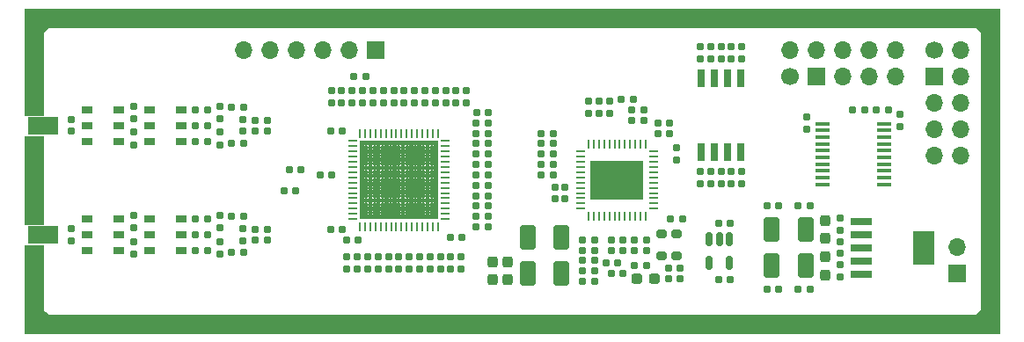
<source format=gts>
G04 #@! TF.GenerationSoftware,KiCad,Pcbnew,8.0.3*
G04 #@! TF.CreationDate,2024-06-24T09:54:46+02:00*
G04 #@! TF.ProjectId,Phase Amplitude Detector,50686173-6520-4416-9d70-6c6974756465,rev?*
G04 #@! TF.SameCoordinates,Original*
G04 #@! TF.FileFunction,Soldermask,Top*
G04 #@! TF.FilePolarity,Negative*
%FSLAX46Y46*%
G04 Gerber Fmt 4.6, Leading zero omitted, Abs format (unit mm)*
G04 Created by KiCad (PCBNEW 8.0.3) date 2024-06-24 09:54:46*
%MOMM*%
%LPD*%
G01*
G04 APERTURE LIST*
G04 Aperture macros list*
%AMRoundRect*
0 Rectangle with rounded corners*
0 $1 Rounding radius*
0 $2 $3 $4 $5 $6 $7 $8 $9 X,Y pos of 4 corners*
0 Add a 4 corners polygon primitive as box body*
4,1,4,$2,$3,$4,$5,$6,$7,$8,$9,$2,$3,0*
0 Add four circle primitives for the rounded corners*
1,1,$1+$1,$2,$3*
1,1,$1+$1,$4,$5*
1,1,$1+$1,$6,$7*
1,1,$1+$1,$8,$9*
0 Add four rect primitives between the rounded corners*
20,1,$1+$1,$2,$3,$4,$5,0*
20,1,$1+$1,$4,$5,$6,$7,0*
20,1,$1+$1,$6,$7,$8,$9,0*
20,1,$1+$1,$8,$9,$2,$3,0*%
G04 Aperture macros list end*
%ADD10C,0.100000*%
%ADD11C,0.000000*%
%ADD12RoundRect,0.155000X-0.212500X-0.155000X0.212500X-0.155000X0.212500X0.155000X-0.212500X0.155000X0*%
%ADD13RoundRect,0.160000X0.197500X0.160000X-0.197500X0.160000X-0.197500X-0.160000X0.197500X-0.160000X0*%
%ADD14RoundRect,0.160000X-0.197500X-0.160000X0.197500X-0.160000X0.197500X0.160000X-0.197500X0.160000X0*%
%ADD15RoundRect,0.160000X-0.160000X0.197500X-0.160000X-0.197500X0.160000X-0.197500X0.160000X0.197500X0*%
%ADD16R,1.140000X0.760000*%
%ADD17RoundRect,0.160000X0.160000X-0.197500X0.160000X0.197500X-0.160000X0.197500X-0.160000X-0.197500X0*%
%ADD18RoundRect,0.250001X-0.499999X-0.924999X0.499999X-0.924999X0.499999X0.924999X-0.499999X0.924999X0*%
%ADD19RoundRect,0.155000X-0.155000X0.212500X-0.155000X-0.212500X0.155000X-0.212500X0.155000X0.212500X0*%
%ADD20RoundRect,0.250001X0.499999X0.924999X-0.499999X0.924999X-0.499999X-0.924999X0.499999X-0.924999X0*%
%ADD21RoundRect,0.237500X0.287500X0.237500X-0.287500X0.237500X-0.287500X-0.237500X0.287500X-0.237500X0*%
%ADD22RoundRect,0.155000X0.212500X0.155000X-0.212500X0.155000X-0.212500X-0.155000X0.212500X-0.155000X0*%
%ADD23RoundRect,0.155000X0.155000X-0.212500X0.155000X0.212500X-0.155000X0.212500X-0.155000X-0.212500X0*%
%ADD24R,3.000000X1.750000*%
%ADD25R,1.700000X1.700000*%
%ADD26O,1.700000X1.700000*%
%ADD27R,0.280000X0.850000*%
%ADD28R,0.850000X0.280000*%
%ADD29C,0.500000*%
%ADD30R,0.650000X1.785000*%
%ADD31RoundRect,0.150000X-0.150000X0.512500X-0.150000X-0.512500X0.150000X-0.512500X0.150000X0.512500X0*%
%ADD32RoundRect,0.237500X0.237500X-0.287500X0.237500X0.287500X-0.237500X0.287500X-0.237500X-0.287500X0*%
%ADD33R,1.475000X0.450000*%
%ADD34RoundRect,0.237500X-0.237500X0.287500X-0.237500X-0.287500X0.237500X-0.287500X0.237500X0.287500X0*%
%ADD35C,1.700000*%
%ADD36R,2.000000X0.650000*%
%ADD37R,2.000000X3.200000*%
%ADD38R,0.254800X0.857199*%
%ADD39R,0.857199X0.254800*%
%ADD40R,5.080000X3.810000*%
%ADD41RoundRect,0.200000X0.300000X0.200000X-0.300000X0.200000X-0.300000X-0.200000X0.300000X-0.200000X0*%
G04 APERTURE END LIST*
D10*
X57250000Y-59750000D02*
X59000000Y-59750000D01*
X59000000Y-68250000D01*
X57250000Y-68250000D01*
X57250000Y-59750000D01*
G36*
X57250000Y-59750000D02*
G01*
X59000000Y-59750000D01*
X59000000Y-68250000D01*
X57250000Y-68250000D01*
X57250000Y-59750000D01*
G37*
X151000000Y-78750000D02*
X57250000Y-78750000D01*
X57250000Y-70250000D01*
X59000000Y-70250000D01*
X59000000Y-76500000D01*
X59500000Y-77000000D01*
X148750000Y-77000000D01*
X149250000Y-76500000D01*
X149250000Y-49750000D01*
X148750000Y-49250000D01*
X59500000Y-49250000D01*
X59000000Y-49750000D01*
X59000000Y-57750000D01*
X57250000Y-57750000D01*
X57250000Y-47500000D01*
X151000000Y-47500000D01*
X151000000Y-78750000D01*
G36*
X151000000Y-78750000D02*
G01*
X57250000Y-78750000D01*
X57250000Y-70250000D01*
X59000000Y-70250000D01*
X59000000Y-76500000D01*
X59500000Y-77000000D01*
X148750000Y-77000000D01*
X149250000Y-76500000D01*
X149250000Y-49750000D01*
X148750000Y-49250000D01*
X59500000Y-49250000D01*
X59000000Y-49750000D01*
X59000000Y-57750000D01*
X57250000Y-57750000D01*
X57250000Y-47500000D01*
X151000000Y-47500000D01*
X151000000Y-78750000D01*
G37*
D11*
G36*
X89894239Y-67752340D02*
G01*
X89480339Y-67752340D01*
X89480339Y-60225340D01*
X89894239Y-60225340D01*
X89894239Y-67752340D01*
G37*
G36*
X90681639Y-67752340D02*
G01*
X90294239Y-67752340D01*
X90294239Y-60225340D01*
X90681639Y-60225340D01*
X90681639Y-67752340D01*
G37*
G36*
X91469039Y-67752340D02*
G01*
X91081639Y-67752340D01*
X91081639Y-60225340D01*
X91469039Y-60225340D01*
X91469039Y-67752340D01*
G37*
G36*
X92256439Y-67752340D02*
G01*
X91869039Y-67752340D01*
X91869039Y-60225340D01*
X92256439Y-60225340D01*
X92256439Y-67752340D01*
G37*
G36*
X93043839Y-67752340D02*
G01*
X92656439Y-67752340D01*
X92656439Y-60225340D01*
X93043839Y-60225340D01*
X93043839Y-67752340D01*
G37*
G36*
X93831239Y-67752340D02*
G01*
X93443839Y-67752340D01*
X93443839Y-60225340D01*
X93831239Y-60225340D01*
X93831239Y-67752340D01*
G37*
G36*
X94618639Y-67752340D02*
G01*
X94231239Y-67752340D01*
X94231239Y-60225340D01*
X94618639Y-60225340D01*
X94618639Y-67752340D01*
G37*
G36*
X95406039Y-67752340D02*
G01*
X95018639Y-67752340D01*
X95018639Y-60225340D01*
X95406039Y-60225340D01*
X95406039Y-67752340D01*
G37*
G36*
X96193439Y-67752340D02*
G01*
X95806039Y-67752340D01*
X95806039Y-60225340D01*
X96193439Y-60225340D01*
X96193439Y-67752340D01*
G37*
G36*
X97007339Y-60639240D02*
G01*
X89480339Y-60639240D01*
X89480339Y-60225340D01*
X97007339Y-60225340D01*
X97007339Y-60639240D01*
G37*
G36*
X97007339Y-67752340D02*
G01*
X96593439Y-67752340D01*
X96593439Y-60225340D01*
X97007339Y-60225340D01*
X97007339Y-67752340D01*
G37*
G36*
X97007339Y-61426640D02*
G01*
X89480339Y-61426640D01*
X89480339Y-61039240D01*
X97007339Y-61039240D01*
X97007339Y-61426640D01*
G37*
G36*
X97007339Y-62214040D02*
G01*
X89480339Y-62214040D01*
X89480339Y-61826640D01*
X97007339Y-61826640D01*
X97007339Y-62214040D01*
G37*
G36*
X97007339Y-63001440D02*
G01*
X89480339Y-63001440D01*
X89480339Y-62614040D01*
X97007339Y-62614040D01*
X97007339Y-63001440D01*
G37*
G36*
X97007339Y-63788840D02*
G01*
X89480339Y-63788840D01*
X89480339Y-63401440D01*
X97007339Y-63401440D01*
X97007339Y-63788840D01*
G37*
G36*
X97007339Y-64576240D02*
G01*
X89480339Y-64576240D01*
X89480339Y-64188840D01*
X97007339Y-64188840D01*
X97007339Y-64576240D01*
G37*
G36*
X97007339Y-65363640D02*
G01*
X89480339Y-65363640D01*
X89480339Y-64976240D01*
X97007339Y-64976240D01*
X97007339Y-65363640D01*
G37*
G36*
X97007339Y-66151040D02*
G01*
X89480339Y-66151040D01*
X89480339Y-65763640D01*
X97007339Y-65763640D01*
X97007339Y-66151040D01*
G37*
G36*
X97007339Y-66938440D02*
G01*
X89480339Y-66938440D01*
X89480339Y-66551040D01*
X97007339Y-66551040D01*
X97007339Y-66938440D01*
G37*
G36*
X97007339Y-67752340D02*
G01*
X89480339Y-67752340D01*
X89480339Y-67338440D01*
X97007339Y-67338440D01*
X97007339Y-67752340D01*
G37*
D12*
X73676339Y-60238840D03*
X74811339Y-60238840D03*
D13*
X80591339Y-68738840D03*
X79396339Y-68738840D03*
D14*
X106896339Y-61488840D03*
X108091339Y-61488840D03*
D15*
X125243839Y-51141340D03*
X125243839Y-52336340D03*
X99743839Y-55391340D03*
X99743839Y-56586340D03*
X97243839Y-71391340D03*
X97243839Y-72586340D03*
X92743839Y-55391340D03*
X92743839Y-56586340D03*
D16*
X66269839Y-57218840D03*
X66269839Y-58738840D03*
X66269839Y-60258840D03*
X63219839Y-60258840D03*
X63219839Y-58738840D03*
X63219839Y-57218840D03*
D13*
X115841339Y-56238840D03*
X114646339Y-56238840D03*
D14*
X100646339Y-68488840D03*
X101841339Y-68488840D03*
D12*
X82176339Y-64988840D03*
X83311339Y-64988840D03*
D14*
X100646339Y-59488840D03*
X101841339Y-59488840D03*
D17*
X111493839Y-57586340D03*
X111493839Y-56391340D03*
D14*
X77146339Y-67488840D03*
X78341339Y-67488840D03*
D18*
X105618839Y-69488840D03*
X108868839Y-69488840D03*
D19*
X132493839Y-57921340D03*
X132493839Y-59056340D03*
X135743839Y-69921340D03*
X135743839Y-71056340D03*
D17*
X90243839Y-72586340D03*
X90243839Y-71391340D03*
D20*
X132368839Y-72238840D03*
X129118839Y-72238840D03*
D15*
X75993839Y-67391340D03*
X75993839Y-68586340D03*
X98743839Y-55391340D03*
X98743839Y-56586340D03*
D14*
X119396339Y-67738840D03*
X120591339Y-67738840D03*
D15*
X123243839Y-63141340D03*
X123243839Y-64336340D03*
X96243839Y-71391340D03*
X96243839Y-72586340D03*
D14*
X100646339Y-58488840D03*
X101841339Y-58488840D03*
D12*
X119176339Y-72488840D03*
X120311339Y-72488840D03*
D14*
X100646339Y-66488840D03*
X101841339Y-66488840D03*
D21*
X117868839Y-73488840D03*
X116118839Y-73488840D03*
D14*
X79396339Y-59238840D03*
X80591339Y-59238840D03*
D22*
X112061339Y-69738840D03*
X110926339Y-69738840D03*
D14*
X139146339Y-57238840D03*
X140341339Y-57238840D03*
D22*
X87811339Y-68738840D03*
X86676339Y-68738840D03*
D23*
X78243839Y-59306340D03*
X78243839Y-58171340D03*
D12*
X73676339Y-67738840D03*
X74811339Y-67738840D03*
D14*
X106896339Y-60488840D03*
X108091339Y-60488840D03*
D17*
X91243839Y-72586340D03*
X91243839Y-71391340D03*
D12*
X73676339Y-69238840D03*
X74811339Y-69238840D03*
D24*
X59000000Y-69238840D03*
D15*
X124243839Y-51141340D03*
X124243839Y-52336340D03*
D17*
X86743839Y-56586340D03*
X86743839Y-55391340D03*
X92243839Y-72586340D03*
X92243839Y-71391340D03*
D23*
X126243839Y-64306340D03*
X126243839Y-63171340D03*
D22*
X89311339Y-69738840D03*
X88176339Y-69738840D03*
D15*
X97743839Y-55391340D03*
X97743839Y-56586340D03*
D25*
X146993839Y-73013840D03*
D26*
X146993839Y-70473840D03*
D27*
X96993839Y-59513741D03*
X96493840Y-59513741D03*
X95993839Y-59513741D03*
X95493840Y-59513741D03*
X94993838Y-59513741D03*
X94493839Y-59513741D03*
X93993840Y-59513741D03*
X93493839Y-59513741D03*
X92993839Y-59513741D03*
X92493838Y-59513741D03*
X91993839Y-59513741D03*
X91493840Y-59513741D03*
X90993838Y-59513741D03*
X90493839Y-59513741D03*
X89993838Y-59513741D03*
X89493839Y-59513741D03*
D28*
X88768740Y-60237895D03*
X88768740Y-60738021D03*
X88768740Y-61238147D03*
X88768740Y-61738273D03*
X88768740Y-62238399D03*
X88768740Y-62738525D03*
X88768740Y-63238651D03*
X88768740Y-63738777D03*
X88768740Y-64238903D03*
X88768740Y-64739029D03*
X88768740Y-65239155D03*
X88768740Y-65739281D03*
X88768740Y-66239407D03*
X88768740Y-66739533D03*
X88768740Y-67239659D03*
X88768740Y-67739785D03*
D27*
X89493839Y-68463939D03*
X89993838Y-68463939D03*
X90493839Y-68463939D03*
X90993838Y-68463939D03*
X91493840Y-68463939D03*
X91993839Y-68463939D03*
X92493838Y-68463939D03*
X92993839Y-68463939D03*
X93493839Y-68463939D03*
X93993840Y-68463939D03*
X94493839Y-68463939D03*
X94993838Y-68463939D03*
X95493840Y-68463939D03*
X95993839Y-68463939D03*
X96493840Y-68463939D03*
X96993839Y-68463939D03*
D28*
X97718938Y-67739785D03*
X97718938Y-67239659D03*
X97718938Y-66739533D03*
X97718938Y-66239407D03*
X97718938Y-65739281D03*
X97718938Y-65239155D03*
X97718938Y-64739029D03*
X97718938Y-64238903D03*
X97718938Y-63738777D03*
X97718938Y-63238651D03*
X97718938Y-62738525D03*
X97718938Y-62238399D03*
X97718938Y-61738273D03*
X97718938Y-61238147D03*
X97718938Y-60738021D03*
X97718938Y-60237895D03*
D29*
X96393439Y-60839240D03*
X95606039Y-60839240D03*
X94818639Y-60839240D03*
X94031239Y-60839240D03*
X93243839Y-60839240D03*
X92456439Y-60839240D03*
X91669039Y-60839240D03*
X90881639Y-60839240D03*
X90094239Y-60839240D03*
X96393439Y-61626640D03*
X95606039Y-61626640D03*
X94818639Y-61626640D03*
X94031239Y-61626640D03*
X93243839Y-61626640D03*
X92456439Y-61626640D03*
X91669039Y-61626640D03*
X90881639Y-61626640D03*
X90094239Y-61626640D03*
X96393439Y-62414040D03*
X95606039Y-62414040D03*
X94818639Y-62414040D03*
X94031239Y-62414040D03*
X93243839Y-62414040D03*
X92456439Y-62414040D03*
X91669039Y-62414040D03*
X90881639Y-62414040D03*
X90094239Y-62414040D03*
X96393439Y-63201440D03*
X95606039Y-63201440D03*
X94818639Y-63201440D03*
X94031239Y-63201440D03*
X93243839Y-63201440D03*
X92456439Y-63201440D03*
X91669039Y-63201440D03*
X90881639Y-63201440D03*
X90094239Y-63201440D03*
X96393439Y-63988840D03*
X95606039Y-63988840D03*
X94818639Y-63988840D03*
X94031239Y-63988840D03*
X93243839Y-63988840D03*
X92456439Y-63988840D03*
X91669039Y-63988840D03*
X90881639Y-63988840D03*
X90094239Y-63988840D03*
X96393439Y-64776240D03*
X95606039Y-64776240D03*
X94818639Y-64776240D03*
X94031239Y-64776240D03*
X93243839Y-64776240D03*
X92456439Y-64776240D03*
X91669039Y-64776240D03*
X90881639Y-64776240D03*
X90094239Y-64776240D03*
X96393439Y-65563640D03*
X95606039Y-65563640D03*
X94818639Y-65563640D03*
X94031239Y-65563640D03*
X93243839Y-65563640D03*
X92456439Y-65563640D03*
X91669039Y-65563640D03*
X90881639Y-65563640D03*
X90094239Y-65563640D03*
X96393439Y-66351040D03*
X95606039Y-66351040D03*
X94818639Y-66351040D03*
X94031239Y-66351040D03*
X93243839Y-66351040D03*
X92456439Y-66351040D03*
X91669039Y-66351040D03*
X90881639Y-66351040D03*
X90094239Y-66351040D03*
X96393439Y-67138440D03*
X95606039Y-67138440D03*
X94818639Y-67138440D03*
X94031239Y-67138440D03*
X93243839Y-67138440D03*
X92456439Y-67138440D03*
X91669039Y-67138440D03*
X90881639Y-67138440D03*
X90094239Y-67138440D03*
D15*
X99243839Y-71391340D03*
X99243839Y-72586340D03*
D12*
X118176339Y-59488840D03*
X119311339Y-59488840D03*
D15*
X67743839Y-67391340D03*
X67743839Y-68586340D03*
D30*
X126148839Y-54206840D03*
X124878839Y-54206840D03*
X123608839Y-54206840D03*
X122338839Y-54206840D03*
X122338839Y-61270840D03*
X123608839Y-61270840D03*
X124878839Y-61270840D03*
X126148839Y-61270840D03*
D14*
X100646339Y-60488840D03*
X101841339Y-60488840D03*
D15*
X113493839Y-56391340D03*
X113493839Y-57586340D03*
D12*
X136926339Y-57238840D03*
X138061339Y-57238840D03*
D17*
X93243839Y-72586340D03*
X93243839Y-71391340D03*
D14*
X77146339Y-56988840D03*
X78341339Y-56988840D03*
D15*
X91743839Y-55391340D03*
X91743839Y-56586340D03*
D14*
X100646339Y-63488840D03*
X101841339Y-63488840D03*
D31*
X125031338Y-69713840D03*
X124081338Y-69713840D03*
X123131338Y-69713840D03*
X123131338Y-71988840D03*
X125031338Y-71988840D03*
D12*
X128676339Y-74488840D03*
X129811339Y-74488840D03*
X113676339Y-70738840D03*
X114811339Y-70738840D03*
D14*
X100646339Y-64488840D03*
X101841339Y-64488840D03*
D15*
X125243839Y-63141340D03*
X125243839Y-64336340D03*
D14*
X100646339Y-62488840D03*
X101841339Y-62488840D03*
D22*
X125148838Y-68113840D03*
X124013838Y-68113840D03*
X112061339Y-73738840D03*
X110926339Y-73738840D03*
D14*
X79396339Y-69738840D03*
X80591339Y-69738840D03*
D13*
X80591339Y-58238840D03*
X79396339Y-58238840D03*
D22*
X132811339Y-66488840D03*
X131676339Y-66488840D03*
D14*
X100646339Y-65488840D03*
X101841339Y-65488840D03*
D16*
X69243839Y-60256840D03*
X69243839Y-58736840D03*
X69243839Y-57216840D03*
X72293839Y-57216840D03*
X72293839Y-58736840D03*
X72293839Y-60256840D03*
D15*
X75993839Y-56891340D03*
X75993839Y-58086340D03*
D32*
X134243839Y-73113840D03*
X134243839Y-71363840D03*
D22*
X114811339Y-72988840D03*
X113676339Y-72988840D03*
D16*
X66269839Y-67718840D03*
X66269839Y-69238840D03*
X66269839Y-70758840D03*
X63219839Y-70758840D03*
X63219839Y-69238840D03*
X63219839Y-67718840D03*
D15*
X112493839Y-56391340D03*
X112493839Y-57586340D03*
D33*
X134055839Y-58563840D03*
X134055839Y-59213840D03*
X134055839Y-59863840D03*
X134055839Y-60513840D03*
X134055839Y-61163840D03*
X134055839Y-61813840D03*
X134055839Y-62463840D03*
X134055839Y-63113840D03*
X134055839Y-63763840D03*
X134055839Y-64413840D03*
X139931839Y-64413840D03*
X139931839Y-63763840D03*
X139931839Y-63113840D03*
X139931839Y-62463840D03*
X139931839Y-61813840D03*
X139931839Y-61163840D03*
X139931839Y-60513840D03*
X139931839Y-59863840D03*
X139931839Y-59213840D03*
X139931839Y-58563840D03*
D22*
X112061339Y-70738840D03*
X110926339Y-70738840D03*
D14*
X106896339Y-62488840D03*
X108091339Y-62488840D03*
D15*
X88743839Y-55391340D03*
X88743839Y-56586340D03*
D12*
X73676339Y-70738840D03*
X74811339Y-70738840D03*
D15*
X93743839Y-55391340D03*
X93743839Y-56586340D03*
D34*
X102243839Y-71863840D03*
X102243839Y-73613840D03*
X134243839Y-67863840D03*
X134243839Y-69613840D03*
D23*
X61743839Y-69806340D03*
X61743839Y-68671340D03*
D17*
X126243839Y-52336340D03*
X126243839Y-51141340D03*
D20*
X132368839Y-68738840D03*
X129118839Y-68738840D03*
D13*
X90091339Y-53988840D03*
X88896339Y-53988840D03*
D15*
X124243839Y-63141340D03*
X124243839Y-64336340D03*
D12*
X128676339Y-66488840D03*
X129811339Y-66488840D03*
D23*
X135743839Y-73306340D03*
X135743839Y-72171340D03*
D12*
X85676339Y-63488840D03*
X86811339Y-63488840D03*
X100735460Y-57514236D03*
X101870460Y-57514236D03*
X124013838Y-73613840D03*
X125148838Y-73613840D03*
D23*
X61743839Y-59306340D03*
X61743839Y-58171340D03*
D35*
X144743839Y-51488840D03*
D26*
X147283839Y-51488840D03*
D25*
X144743839Y-54028840D03*
D26*
X147283839Y-54028840D03*
X144743839Y-56568840D03*
X147283839Y-56568840D03*
X144743839Y-59108840D03*
X147283839Y-59108840D03*
X144743839Y-61648840D03*
X147283839Y-61648840D03*
D36*
X137743839Y-67948840D03*
X137743839Y-69218840D03*
X137743839Y-70488840D03*
X137743839Y-71758840D03*
X137743839Y-73028840D03*
D37*
X143743839Y-70488840D03*
D17*
X122243839Y-64336340D03*
X122243839Y-63141340D03*
D15*
X94243839Y-71391340D03*
X94243839Y-72586340D03*
D17*
X89243839Y-72586340D03*
X89243839Y-71391340D03*
D23*
X109243839Y-65806340D03*
X109243839Y-64671340D03*
D15*
X122243839Y-51141340D03*
X122243839Y-52336340D03*
D22*
X132811339Y-74488840D03*
X131676339Y-74488840D03*
D15*
X96743839Y-55391340D03*
X96743839Y-56586340D03*
X67743839Y-56891340D03*
X67743839Y-58086340D03*
D18*
X105618839Y-72988840D03*
X108868839Y-72988840D03*
D22*
X120311339Y-73488840D03*
X119176339Y-73488840D03*
D19*
X141493839Y-57671340D03*
X141493839Y-58806340D03*
D12*
X113676339Y-69738840D03*
X114811339Y-69738840D03*
D15*
X98243839Y-71391340D03*
X98243839Y-72586340D03*
D13*
X112091339Y-71738840D03*
X110896339Y-71738840D03*
D14*
X77146339Y-60488840D03*
X78341339Y-60488840D03*
D15*
X89743839Y-55391340D03*
X89743839Y-56586340D03*
D12*
X115676339Y-57238840D03*
X116811339Y-57238840D03*
D17*
X119993839Y-62086340D03*
X119993839Y-60891340D03*
D35*
X130918839Y-53988840D03*
D26*
X130918839Y-51448840D03*
D25*
X133458839Y-53988840D03*
D26*
X133458839Y-51448840D03*
X135998839Y-53988840D03*
X135998839Y-51448840D03*
X138538839Y-53988840D03*
X138538839Y-51448840D03*
X141078839Y-53988840D03*
X141078839Y-51448840D03*
D15*
X95243839Y-71391340D03*
X95243839Y-72586340D03*
D14*
X100646339Y-67488840D03*
X101841339Y-67488840D03*
D15*
X90743839Y-55391340D03*
X90743839Y-56586340D03*
D22*
X87811339Y-59238840D03*
X86676339Y-59238840D03*
X112061339Y-72738840D03*
X110926339Y-72738840D03*
D15*
X95743839Y-55391340D03*
X95743839Y-56586340D03*
D13*
X108091339Y-63488840D03*
X106896339Y-63488840D03*
D12*
X73676339Y-57238840D03*
X74811339Y-57238840D03*
D15*
X94743839Y-55391340D03*
X94743839Y-56586340D03*
X67743839Y-59391340D03*
X67743839Y-60586340D03*
D25*
X90993839Y-51488840D03*
D26*
X88453839Y-51488840D03*
X85913839Y-51488840D03*
X83373839Y-51488840D03*
X80833839Y-51488840D03*
X78293839Y-51488840D03*
D12*
X82676339Y-62988840D03*
X83811339Y-62988840D03*
D15*
X67743839Y-69891340D03*
X67743839Y-71086340D03*
D14*
X106896339Y-59488840D03*
X108091339Y-59488840D03*
D17*
X88243839Y-72586340D03*
X88243839Y-71391340D03*
D14*
X77146339Y-70988840D03*
X78341339Y-70988840D03*
D12*
X118176339Y-58488840D03*
X119311339Y-58488840D03*
X98176339Y-69488840D03*
X99311339Y-69488840D03*
D14*
X100646339Y-61488840D03*
X101841339Y-61488840D03*
D12*
X115676339Y-58238840D03*
X116811339Y-58238840D03*
X115926339Y-70738840D03*
X117061339Y-70738840D03*
D24*
X59000000Y-58738840D03*
D22*
X114311339Y-71988840D03*
X113176339Y-71988840D03*
D12*
X115926339Y-69738840D03*
X117061339Y-69738840D03*
D38*
X116993839Y-60512240D03*
X116493840Y-60512240D03*
X115993838Y-60512240D03*
X115493839Y-60512240D03*
X114993840Y-60512240D03*
X114493839Y-60512240D03*
X113993839Y-60512240D03*
X113493838Y-60512240D03*
X112993839Y-60512240D03*
X112493840Y-60512240D03*
X111993838Y-60512240D03*
X111493839Y-60512240D03*
D39*
X110767239Y-61238840D03*
X110767239Y-61738839D03*
X110767239Y-62238841D03*
X110767239Y-62738840D03*
X110767239Y-63238839D03*
X110767239Y-63738840D03*
X110767239Y-64238840D03*
X110767239Y-64738841D03*
X110767239Y-65238840D03*
X110767239Y-65738839D03*
X110767239Y-66238841D03*
X110767239Y-66738840D03*
D38*
X111493839Y-67465440D03*
X111993838Y-67465440D03*
X112493840Y-67465440D03*
X112993839Y-67465440D03*
X113493838Y-67465440D03*
X113993839Y-67465440D03*
X114493839Y-67465440D03*
X114993840Y-67465440D03*
X115493839Y-67465440D03*
X115993838Y-67465440D03*
X116493840Y-67465440D03*
X116993839Y-67465440D03*
D39*
X117720439Y-66738840D03*
X117720439Y-66238841D03*
X117720439Y-65738839D03*
X117720439Y-65238840D03*
X117720439Y-64738841D03*
X117720439Y-64238840D03*
X117720439Y-63738840D03*
X117720439Y-63238839D03*
X117720439Y-62738840D03*
X117720439Y-62238841D03*
X117720439Y-61738839D03*
X117720439Y-61238840D03*
D40*
X114243839Y-63988840D03*
D19*
X135743839Y-67671340D03*
X135743839Y-68806340D03*
D34*
X103743839Y-71863840D03*
X103743839Y-73613840D03*
D22*
X117061339Y-72238840D03*
X115926339Y-72238840D03*
D15*
X87743839Y-55391340D03*
X87743839Y-56586340D03*
D41*
X119943839Y-71288840D03*
X119943839Y-69188840D03*
X118543839Y-69188840D03*
X118543839Y-71288840D03*
D15*
X123243839Y-51141340D03*
X123243839Y-52336340D03*
X75993839Y-59391340D03*
X75993839Y-60586340D03*
D16*
X69243839Y-70756840D03*
X69243839Y-69236840D03*
X69243839Y-67716840D03*
X72293839Y-67716840D03*
X72293839Y-69236840D03*
X72293839Y-70756840D03*
D12*
X73676339Y-58738840D03*
X74811339Y-58738840D03*
D23*
X108243839Y-65806340D03*
X108243839Y-64671340D03*
X78243839Y-69806340D03*
X78243839Y-68671340D03*
D15*
X75993839Y-69891340D03*
X75993839Y-71086340D03*
M02*

</source>
